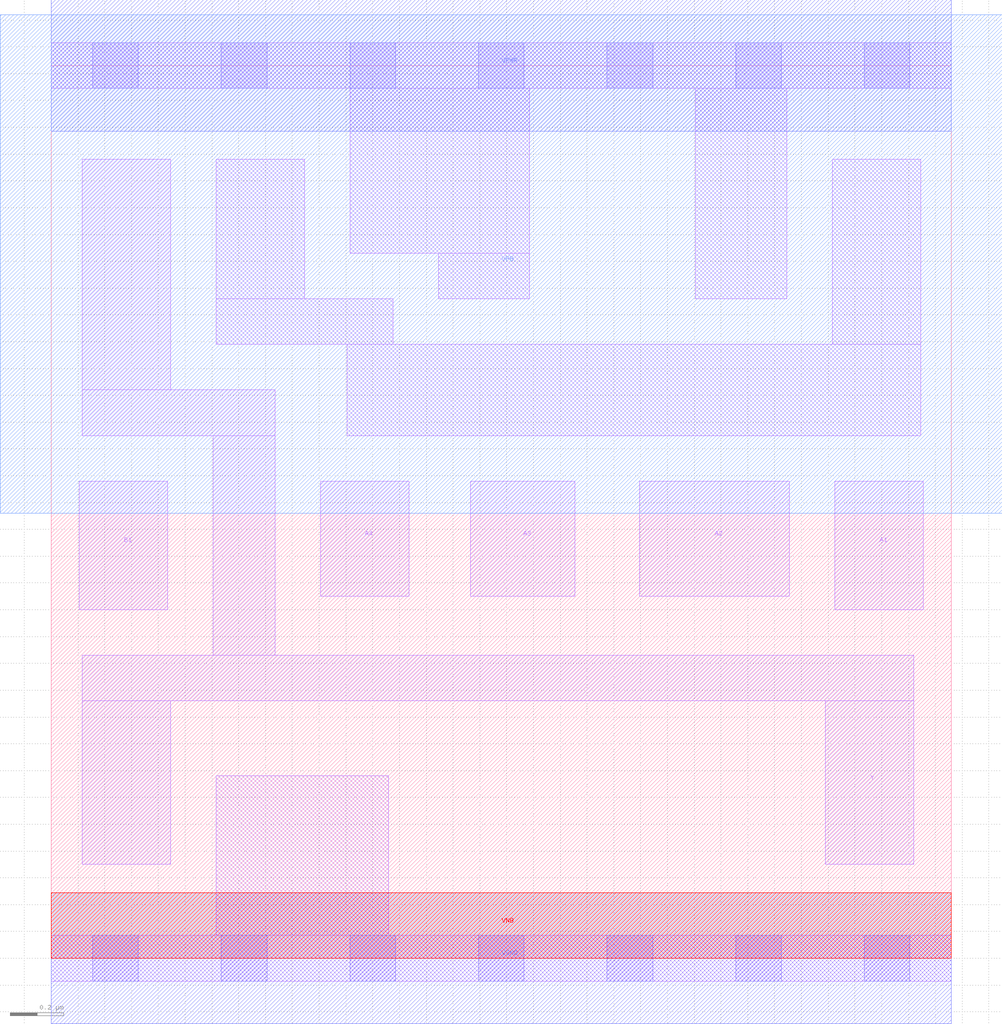
<source format=lef>
# Copyright 2020 The SkyWater PDK Authors
#
# Licensed under the Apache License, Version 2.0 (the "License");
# you may not use this file except in compliance with the License.
# You may obtain a copy of the License at
#
#     https://www.apache.org/licenses/LICENSE-2.0
#
# Unless required by applicable law or agreed to in writing, software
# distributed under the License is distributed on an "AS IS" BASIS,
# WITHOUT WARRANTIES OR CONDITIONS OF ANY KIND, either express or implied.
# See the License for the specific language governing permissions and
# limitations under the License.
#
# SPDX-License-Identifier: Apache-2.0

VERSION 5.7 ;
  NOWIREEXTENSIONATPIN ON ;
  DIVIDERCHAR "/" ;
  BUSBITCHARS "[]" ;
MACRO sky130_fd_sc_ls__a41oi_1
  CLASS CORE ;
  FOREIGN sky130_fd_sc_ls__a41oi_1 ;
  ORIGIN  0.000000  0.000000 ;
  SIZE  3.360000 BY  3.330000 ;
  SYMMETRY X Y ;
  SITE unit ;
  PIN A1
    ANTENNAGATEAREA  0.279000 ;
    DIRECTION INPUT ;
    USE SIGNAL ;
    PORT
      LAYER li1 ;
        RECT 2.925000 1.300000 3.255000 1.780000 ;
    END
  END A1
  PIN A2
    ANTENNAGATEAREA  0.279000 ;
    DIRECTION INPUT ;
    USE SIGNAL ;
    PORT
      LAYER li1 ;
        RECT 2.195000 1.350000 2.755000 1.780000 ;
    END
  END A2
  PIN A3
    ANTENNAGATEAREA  0.279000 ;
    DIRECTION INPUT ;
    USE SIGNAL ;
    PORT
      LAYER li1 ;
        RECT 1.565000 1.350000 1.955000 1.780000 ;
    END
  END A3
  PIN A4
    ANTENNAGATEAREA  0.279000 ;
    DIRECTION INPUT ;
    USE SIGNAL ;
    PORT
      LAYER li1 ;
        RECT 1.005000 1.350000 1.335000 1.780000 ;
    END
  END A4
  PIN B1
    ANTENNAGATEAREA  0.279000 ;
    DIRECTION INPUT ;
    USE SIGNAL ;
    PORT
      LAYER li1 ;
        RECT 0.105000 1.300000 0.435000 1.780000 ;
    END
  END B1
  PIN Y
    ANTENNADIFFAREA  0.752200 ;
    DIRECTION OUTPUT ;
    USE SIGNAL ;
    PORT
      LAYER li1 ;
        RECT 0.115000 0.350000 0.445000 0.960000 ;
        RECT 0.115000 0.960000 3.220000 1.130000 ;
        RECT 0.115000 1.950000 0.835000 2.120000 ;
        RECT 0.115000 2.120000 0.445000 2.980000 ;
        RECT 0.605000 1.130000 0.835000 1.950000 ;
        RECT 2.890000 0.350000 3.220000 0.960000 ;
    END
  END Y
  PIN VGND
    DIRECTION INOUT ;
    SHAPE ABUTMENT ;
    USE GROUND ;
    PORT
      LAYER met1 ;
        RECT 0.000000 -0.245000 3.360000 0.245000 ;
    END
  END VGND
  PIN VNB
    DIRECTION INOUT ;
    USE GROUND ;
    PORT
      LAYER pwell ;
        RECT 0.000000 0.000000 3.360000 0.245000 ;
    END
  END VNB
  PIN VPB
    DIRECTION INOUT ;
    USE POWER ;
    PORT
      LAYER nwell ;
        RECT -0.190000 1.660000 3.550000 3.520000 ;
    END
  END VPB
  PIN VPWR
    DIRECTION INOUT ;
    SHAPE ABUTMENT ;
    USE POWER ;
    PORT
      LAYER met1 ;
        RECT 0.000000 3.085000 3.360000 3.575000 ;
    END
  END VPWR
  OBS
    LAYER li1 ;
      RECT 0.000000 -0.085000 3.360000 0.085000 ;
      RECT 0.000000  3.245000 3.360000 3.415000 ;
      RECT 0.615000  0.085000 1.260000 0.680000 ;
      RECT 0.615000  2.290000 1.275000 2.460000 ;
      RECT 0.615000  2.460000 0.945000 2.980000 ;
      RECT 1.105000  1.950000 3.245000 2.290000 ;
      RECT 1.115000  2.630000 1.785000 3.245000 ;
      RECT 1.445000  2.460000 1.785000 2.630000 ;
      RECT 2.405000  2.460000 2.745000 3.245000 ;
      RECT 2.915000  2.290000 3.245000 2.980000 ;
    LAYER mcon ;
      RECT 0.155000 -0.085000 0.325000 0.085000 ;
      RECT 0.155000  3.245000 0.325000 3.415000 ;
      RECT 0.635000 -0.085000 0.805000 0.085000 ;
      RECT 0.635000  3.245000 0.805000 3.415000 ;
      RECT 1.115000 -0.085000 1.285000 0.085000 ;
      RECT 1.115000  3.245000 1.285000 3.415000 ;
      RECT 1.595000 -0.085000 1.765000 0.085000 ;
      RECT 1.595000  3.245000 1.765000 3.415000 ;
      RECT 2.075000 -0.085000 2.245000 0.085000 ;
      RECT 2.075000  3.245000 2.245000 3.415000 ;
      RECT 2.555000 -0.085000 2.725000 0.085000 ;
      RECT 2.555000  3.245000 2.725000 3.415000 ;
      RECT 3.035000 -0.085000 3.205000 0.085000 ;
      RECT 3.035000  3.245000 3.205000 3.415000 ;
  END
END sky130_fd_sc_ls__a41oi_1
END LIBRARY

</source>
